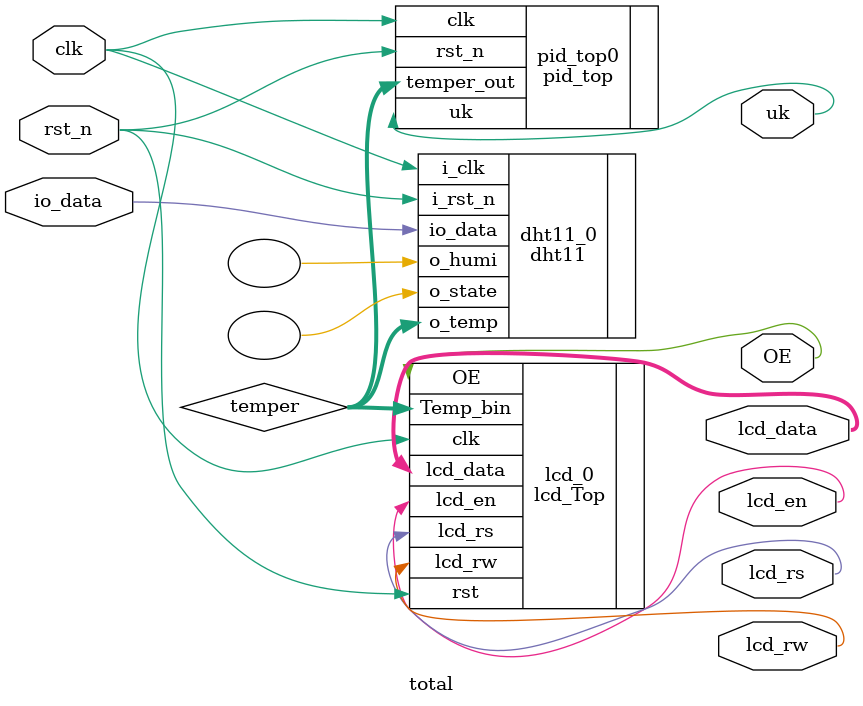
<source format=v>
`timescale 1ns / 1ps


module total(
    input clk,
    input rst_n,
    output uk,
    inout io_data,
    output OE,
    output lcd_rs,
    output lcd_rw,
    output lcd_en,
    output [7:0]lcd_data
    );
    wire [7:0]temper;
    
    pid_top pid_top0(
    .clk(clk),
    .rst_n(rst_n),
    .temper_out(temper),
    .uk(uk)
    );
    
    dht11 dht11_0(
    .i_clk(clk),
    .i_rst_n(rst_n),
    .io_data(io_data),
    .o_temp(temper),
    .o_humi(),
    .o_state()
    );
    
    lcd_Top lcd_0(
    .clk(clk),
    .rst(rst_n),
    .Temp_bin(temper),
    .OE(OE),
    .lcd_rs(lcd_rs),
    .lcd_rw(lcd_rw),
    .lcd_en(lcd_en),
    .lcd_data(lcd_data)
    );
    
endmodule


</source>
